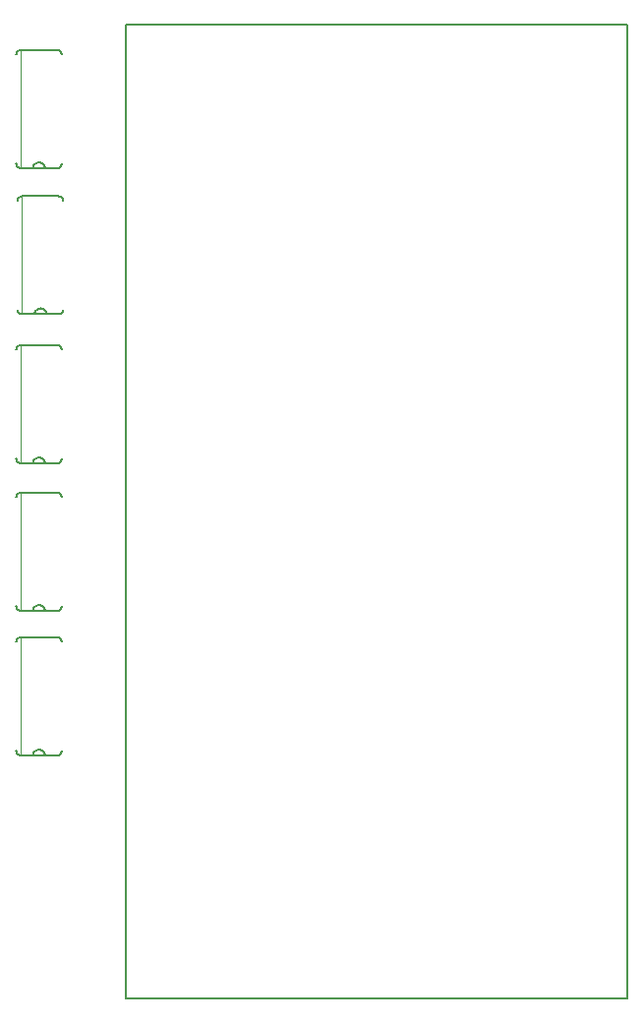
<source format=gbo>
G75*
G70*
%OFA0B0*%
%FSLAX24Y24*%
%IPPOS*%
%LPD*%
%AMOC8*
5,1,8,0,0,1.08239X$1,22.5*
%
%ADD10C,0.0050*%
%ADD11C,0.0060*%
%ADD12C,0.0020*%
D10*
X018461Y008860D02*
X035461Y008860D01*
X035461Y041860D01*
X018461Y041860D01*
X018461Y008860D01*
D11*
X016131Y017110D02*
X015711Y017110D01*
X015311Y017110D01*
X014891Y017110D01*
X014868Y017112D01*
X014845Y017117D01*
X014823Y017126D01*
X014803Y017139D01*
X014785Y017154D01*
X014770Y017172D01*
X014757Y017192D01*
X014748Y017214D01*
X014743Y017237D01*
X014741Y017260D01*
X015311Y017110D02*
X015313Y017137D01*
X015318Y017164D01*
X015328Y017190D01*
X015340Y017214D01*
X015356Y017236D01*
X015374Y017256D01*
X015396Y017273D01*
X015419Y017288D01*
X015444Y017298D01*
X015470Y017306D01*
X015497Y017310D01*
X015525Y017310D01*
X015552Y017306D01*
X015578Y017298D01*
X015603Y017288D01*
X015626Y017273D01*
X015648Y017256D01*
X015666Y017236D01*
X015682Y017214D01*
X015694Y017190D01*
X015704Y017164D01*
X015709Y017137D01*
X015711Y017110D01*
X016131Y017110D02*
X016154Y017112D01*
X016177Y017117D01*
X016199Y017126D01*
X016219Y017139D01*
X016237Y017154D01*
X016252Y017172D01*
X016265Y017192D01*
X016274Y017214D01*
X016279Y017237D01*
X016281Y017260D01*
X016281Y020960D02*
X016279Y020983D01*
X016274Y021006D01*
X016265Y021028D01*
X016252Y021048D01*
X016237Y021066D01*
X016219Y021081D01*
X016199Y021094D01*
X016177Y021103D01*
X016154Y021108D01*
X016131Y021110D01*
X014891Y021110D01*
X014868Y021108D01*
X014845Y021103D01*
X014823Y021094D01*
X014803Y021081D01*
X014785Y021066D01*
X014770Y021048D01*
X014757Y021028D01*
X014748Y021006D01*
X014743Y020983D01*
X014741Y020960D01*
X014891Y022010D02*
X015311Y022010D01*
X015711Y022010D01*
X016131Y022010D01*
X016154Y022012D01*
X016177Y022017D01*
X016199Y022026D01*
X016219Y022039D01*
X016237Y022054D01*
X016252Y022072D01*
X016265Y022092D01*
X016274Y022114D01*
X016279Y022137D01*
X016281Y022160D01*
X015711Y022010D02*
X015709Y022037D01*
X015704Y022064D01*
X015694Y022090D01*
X015682Y022114D01*
X015666Y022136D01*
X015648Y022156D01*
X015626Y022173D01*
X015603Y022188D01*
X015578Y022198D01*
X015552Y022206D01*
X015525Y022210D01*
X015497Y022210D01*
X015470Y022206D01*
X015444Y022198D01*
X015419Y022188D01*
X015396Y022173D01*
X015374Y022156D01*
X015356Y022136D01*
X015340Y022114D01*
X015328Y022090D01*
X015318Y022064D01*
X015313Y022037D01*
X015311Y022010D01*
X014891Y022010D02*
X014868Y022012D01*
X014845Y022017D01*
X014823Y022026D01*
X014803Y022039D01*
X014785Y022054D01*
X014770Y022072D01*
X014757Y022092D01*
X014748Y022114D01*
X014743Y022137D01*
X014741Y022160D01*
X014741Y025860D02*
X014743Y025883D01*
X014748Y025906D01*
X014757Y025928D01*
X014770Y025948D01*
X014785Y025966D01*
X014803Y025981D01*
X014823Y025994D01*
X014845Y026003D01*
X014868Y026008D01*
X014891Y026010D01*
X016131Y026010D01*
X016154Y026008D01*
X016177Y026003D01*
X016199Y025994D01*
X016219Y025981D01*
X016237Y025966D01*
X016252Y025948D01*
X016265Y025928D01*
X016274Y025906D01*
X016279Y025883D01*
X016281Y025860D01*
X016131Y027010D02*
X015711Y027010D01*
X015311Y027010D01*
X014891Y027010D01*
X014868Y027012D01*
X014845Y027017D01*
X014823Y027026D01*
X014803Y027039D01*
X014785Y027054D01*
X014770Y027072D01*
X014757Y027092D01*
X014748Y027114D01*
X014743Y027137D01*
X014741Y027160D01*
X015311Y027010D02*
X015313Y027037D01*
X015318Y027064D01*
X015328Y027090D01*
X015340Y027114D01*
X015356Y027136D01*
X015374Y027156D01*
X015396Y027173D01*
X015419Y027188D01*
X015444Y027198D01*
X015470Y027206D01*
X015497Y027210D01*
X015525Y027210D01*
X015552Y027206D01*
X015578Y027198D01*
X015603Y027188D01*
X015626Y027173D01*
X015648Y027156D01*
X015666Y027136D01*
X015682Y027114D01*
X015694Y027090D01*
X015704Y027064D01*
X015709Y027037D01*
X015711Y027010D01*
X016131Y027010D02*
X016154Y027012D01*
X016177Y027017D01*
X016199Y027026D01*
X016219Y027039D01*
X016237Y027054D01*
X016252Y027072D01*
X016265Y027092D01*
X016274Y027114D01*
X016279Y027137D01*
X016281Y027160D01*
X016281Y030860D02*
X016279Y030883D01*
X016274Y030906D01*
X016265Y030928D01*
X016252Y030948D01*
X016237Y030966D01*
X016219Y030981D01*
X016199Y030994D01*
X016177Y031003D01*
X016154Y031008D01*
X016131Y031010D01*
X014891Y031010D01*
X014868Y031008D01*
X014845Y031003D01*
X014823Y030994D01*
X014803Y030981D01*
X014785Y030966D01*
X014770Y030948D01*
X014757Y030928D01*
X014748Y030906D01*
X014743Y030883D01*
X014741Y030860D01*
X014941Y032060D02*
X015361Y032060D01*
X015761Y032060D01*
X016181Y032060D01*
X016204Y032062D01*
X016227Y032067D01*
X016249Y032076D01*
X016269Y032089D01*
X016287Y032104D01*
X016302Y032122D01*
X016315Y032142D01*
X016324Y032164D01*
X016329Y032187D01*
X016331Y032210D01*
X015761Y032060D02*
X015759Y032087D01*
X015754Y032114D01*
X015744Y032140D01*
X015732Y032164D01*
X015716Y032186D01*
X015698Y032206D01*
X015676Y032223D01*
X015653Y032238D01*
X015628Y032248D01*
X015602Y032256D01*
X015575Y032260D01*
X015547Y032260D01*
X015520Y032256D01*
X015494Y032248D01*
X015469Y032238D01*
X015446Y032223D01*
X015424Y032206D01*
X015406Y032186D01*
X015390Y032164D01*
X015378Y032140D01*
X015368Y032114D01*
X015363Y032087D01*
X015361Y032060D01*
X014941Y032060D02*
X014918Y032062D01*
X014895Y032067D01*
X014873Y032076D01*
X014853Y032089D01*
X014835Y032104D01*
X014820Y032122D01*
X014807Y032142D01*
X014798Y032164D01*
X014793Y032187D01*
X014791Y032210D01*
X014791Y035910D02*
X014793Y035933D01*
X014798Y035956D01*
X014807Y035978D01*
X014820Y035998D01*
X014835Y036016D01*
X014853Y036031D01*
X014873Y036044D01*
X014895Y036053D01*
X014918Y036058D01*
X014941Y036060D01*
X016181Y036060D01*
X016204Y036058D01*
X016227Y036053D01*
X016249Y036044D01*
X016269Y036031D01*
X016287Y036016D01*
X016302Y035998D01*
X016315Y035978D01*
X016324Y035956D01*
X016329Y035933D01*
X016331Y035910D01*
X016131Y037010D02*
X015711Y037010D01*
X015311Y037010D01*
X014891Y037010D01*
X014868Y037012D01*
X014845Y037017D01*
X014823Y037026D01*
X014803Y037039D01*
X014785Y037054D01*
X014770Y037072D01*
X014757Y037092D01*
X014748Y037114D01*
X014743Y037137D01*
X014741Y037160D01*
X015311Y037010D02*
X015313Y037037D01*
X015318Y037064D01*
X015328Y037090D01*
X015340Y037114D01*
X015356Y037136D01*
X015374Y037156D01*
X015396Y037173D01*
X015419Y037188D01*
X015444Y037198D01*
X015470Y037206D01*
X015497Y037210D01*
X015525Y037210D01*
X015552Y037206D01*
X015578Y037198D01*
X015603Y037188D01*
X015626Y037173D01*
X015648Y037156D01*
X015666Y037136D01*
X015682Y037114D01*
X015694Y037090D01*
X015704Y037064D01*
X015709Y037037D01*
X015711Y037010D01*
X016131Y037010D02*
X016154Y037012D01*
X016177Y037017D01*
X016199Y037026D01*
X016219Y037039D01*
X016237Y037054D01*
X016252Y037072D01*
X016265Y037092D01*
X016274Y037114D01*
X016279Y037137D01*
X016281Y037160D01*
X016281Y040860D02*
X016279Y040883D01*
X016274Y040906D01*
X016265Y040928D01*
X016252Y040948D01*
X016237Y040966D01*
X016219Y040981D01*
X016199Y040994D01*
X016177Y041003D01*
X016154Y041008D01*
X016131Y041010D01*
X014891Y041010D01*
X014868Y041008D01*
X014845Y041003D01*
X014823Y040994D01*
X014803Y040981D01*
X014785Y040966D01*
X014770Y040948D01*
X014757Y040928D01*
X014748Y040906D01*
X014743Y040883D01*
X014741Y040860D01*
D12*
X014881Y021110D02*
X014881Y017110D01*
X014881Y022010D02*
X014881Y026010D01*
X014881Y027010D02*
X014881Y031010D01*
X014931Y032060D02*
X014931Y036060D01*
X014881Y037010D02*
X014881Y041010D01*
M02*

</source>
